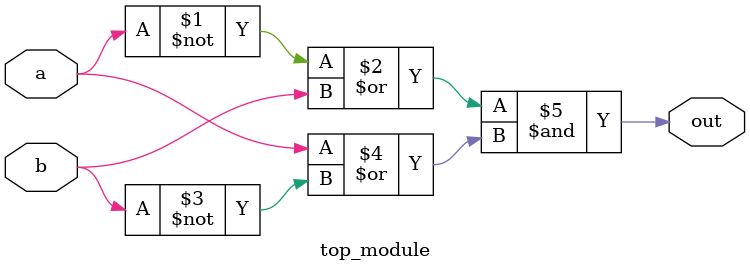
<source format=v>

/*
    URL: https://hdlbits.01xz.net/wiki/Xnorgate
*/

module top_module
( 
    input a, 
    input b, 
    output out
);

    assign out = (~a | b) & (a | ~b);

    // assign out = a ~^ b;
    
endmodule
</source>
